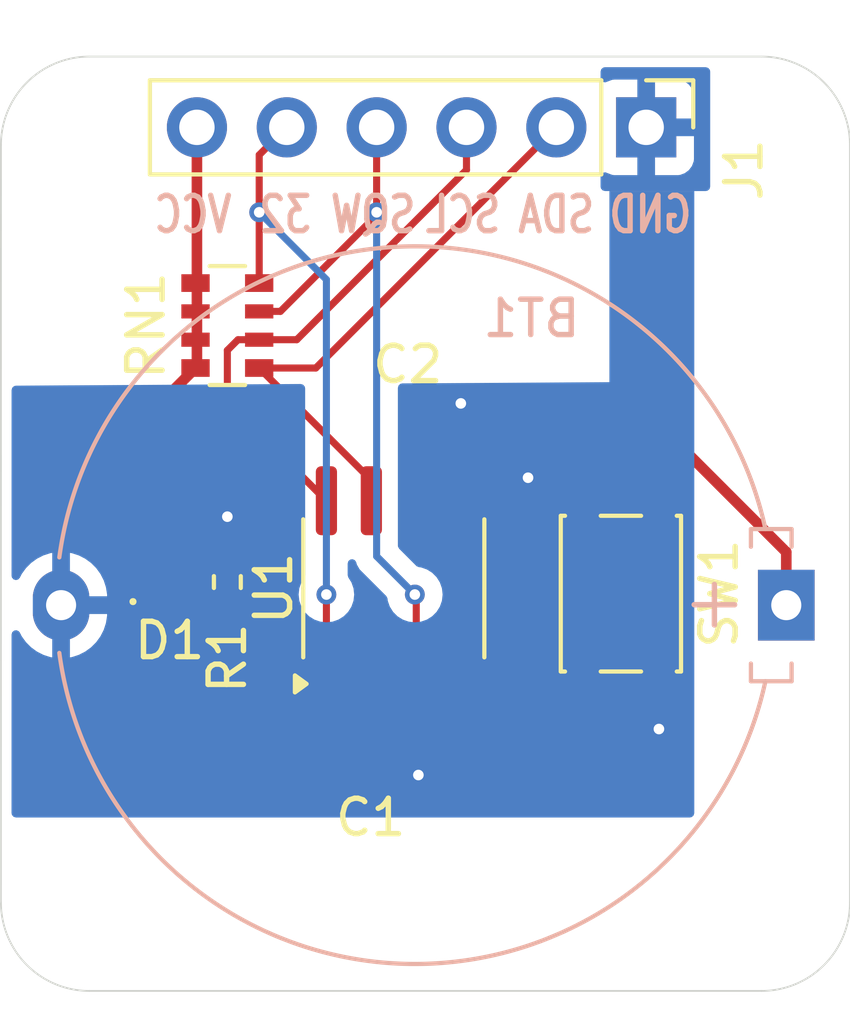
<source format=kicad_pcb>
(kicad_pcb (version 20240108) (generator "pcbnew") (generator_version "8.0")
  (layers (0 "F.Cu" signal) (31 "B.Cu" power) (34 "B.Paste" user) (35 "F.Paste" user) (36 "B.SilkS" user "B.Silkscreen") (37 "F.SilkS" user "F.Silkscreen") (38 "B.Mask" user) (39 "F.Mask" user) (44 "Edge.Cuts" user))
  (net 0 "")
  (net 1 "Net-(BT1-+)")
  (net 2 "GND")
  (net 3 "VCC")
  (net 4 "Net-(D1-A)")
  (net 5 "/SDA")
  (net 6 "/32kHz")
  (net 7 "/!INT{slash}SQW")
  (net 8 "/SCL")
  (net 9 "Net-(U1-~{RST})")
  (footprint "Capacitor_SMD:C_0201_0603Metric_Pad0.64x0.40mm_HandSolder" (layer "F.Cu") (at 88.25 104.3175 -90)
    (property "Reference" "C1" (at 1.6825 0 180) (layer "F.SilkS") (effects (font (thickness 0.153))))
    (property "Value" "1uF")
    (pad "1" smd roundrect (at -0.4075 0 270) (size 0.635 0.4) (layers "F.Cu" "F.Mask") (net 3 "VCC"))
    (pad "2" smd roundrect (at 0.4075 0 270) (size 0.635 0.4) (layers "F.Cu" "F.Mask") (net 2 "GND"))
  )
  (footprint "Resistor_SMD:R_0402_1005Metric_Pad0.72x0.64mm_HandSolder" (layer "F.Cu") (at 84.2 99.3475 -90)
    (property "Reference" "R1" (at 2.1525 0 90) (layer "F.SilkS") (effects (font (thickness 0.153))))
    (property "Value" "470")
    (fp_line (start -0.167621 0.38) (end 0.167621 0.38) (stroke (width 0.12)) (layer "F.SilkS"))
    (fp_line (start -0.167621 -0.38) (end 0.167621 -0.38) (stroke (width 0.12)) (layer "F.SilkS"))
    (pad "1" smd roundrect (at -0.5975 0 270) (size 0.715 0.64) (layers "F.Cu" "F.Paste" "F.Mask") (net 2 "GND"))
    (pad "2" smd roundrect (at 0.5975 0 270) (size 0.715 0.64) (layers "F.Cu" "F.Paste" "F.Mask") (net 4 "Net-(D1-A)"))
  )
  (footprint "LED_SMD:LED_0201_0603Metric_Pad0.64x0.40mm_HandSolder" (layer "F.Cu") (at 82.5675 99.9)
    (property "Reference" "D1" (at 0 1.1 0) (layer "F.SilkS") (effects (font (thickness 0.153))))
    (property "Value" "RED" (hide yes))
    (fp_circle (center -1.035 0) (end -0.985 0) (stroke (width 0.1)) (fill none) (layer "F.SilkS"))
    (pad "1" smd roundrect (at -0.4075 0) (size 0.635 0.4) (layers "F.Cu" "F.Mask") (net 3 "VCC"))
    (pad "2" smd roundrect (at 0.4075 0) (size 0.635 0.4) (layers "F.Cu" "F.Mask") (net 4 "Net-(D1-A)"))
  )
  (footprint "Button_Switch_SMD:SW_SPST_PTS810" (layer "F.Cu") (at 95.325 99.675 -90)
    (property "Reference" "SW1" (at 0 -2.775 90) (layer "F.SilkS") (effects (font (thickness 0.153))))
    (property "Value" "SW_Push")
    (fp_line (start -2.2 1.7) (end 2.2 1.7) (stroke (width 0.12)) (layer "F.SilkS"))
    (fp_line (start 2.2 1.7) (end 2.2 1.58) (stroke (width 0.12)) (layer "F.SilkS"))
    (fp_line (start -2.2 1.58) (end -2.2 1.7) (stroke (width 0.12)) (layer "F.SilkS"))
    (fp_line (start 2.2 0.57) (end 2.2 -0.57) (stroke (width 0.12)) (layer "F.SilkS"))
    (fp_line (start -2.2 -0.57) (end -2.2 0.57) (stroke (width 0.12)) (layer "F.SilkS"))
    (fp_line (start 2.2 -1.58) (end 2.2 -1.7) (stroke (width 0.12)) (layer "F.SilkS"))
    (fp_line (start -2.2 -1.7) (end -2.2 -1.58) (stroke (width 0.12)) (layer "F.SilkS"))
    (fp_line (start 2.2 -1.7) (end -2.2 -1.7) (stroke (width 0.12)) (layer "F.SilkS"))
    (pad "1" smd rect (at -2.075 -1.075 270) (size 1.05 0.65) (layers "F.Cu" "F.Paste" "F.Mask") (net 2 "GND"))
    (pad "1" smd rect (at 2.075 -1.075 270) (size 1.05 0.65) (layers "F.Cu" "F.Paste" "F.Mask") (net 2 "GND"))
    (pad "2" smd rect (at -2.075 1.075 270) (size 1.05 0.65) (layers "F.Cu" "F.Paste" "F.Mask") (net 9 "Net-(U1-~{RST})"))
    (pad "2" smd rect (at 2.075 1.075 270) (size 1.05 0.65) (layers "F.Cu" "F.Paste" "F.Mask") (net 9 "Net-(U1-~{RST})"))
  )
  (footprint "Package_SO:SOIC-8_3.9x4.9mm_P1.27mm" (layer "F.Cu") (at 88.905 99.525 90)
    (property "Reference" "U1" (at 0 -3.4 90) (layer "F.SilkS") (effects (font (thickness 0.153))))
    (property "Value" "DS3231MZ")
    (fp_line (start 0 -2.56) (end 1.95 -2.56) (stroke (width 0.12)) (layer "F.SilkS"))
    (fp_line (start 0 -2.56) (end -1.95 -2.56) (stroke (width 0.12)) (layer "F.SilkS"))
    (fp_line (start 0 2.56) (end 1.95 2.56) (stroke (width 0.12)) (layer "F.SilkS"))
    (fp_line (start 0 2.56) (end -1.95 2.56) (stroke (width 0.12)) (layer "F.SilkS"))
    (fp_poly (pts (xy -2.7 -2.465) (xy -2.94 -2.795) (xy -2.46 -2.795) (xy -2.7 -2.465)) (stroke (width 0.12)) (fill solid) (layer "F.SilkS"))
    (pad "1" smd roundrect (at -2.475 -1.905 90) (size 1.95 0.6) (layers "F.Cu" "F.Paste" "F.Mask") (net 6 "/32kHz"))
    (pad "2" smd roundrect (at -2.475 -0.635 90) (size 1.95 0.6) (layers "F.Cu" "F.Paste" "F.Mask") (net 3 "VCC"))
    (pad "3" smd roundrect (at -2.475 0.635 90) (size 1.95 0.6) (layers "F.Cu" "F.Paste" "F.Mask") (net 7 "/!INT{slash}SQW"))
    (pad "4" smd roundrect (at -2.475 1.905 90) (size 1.95 0.6) (layers "F.Cu" "F.Paste" "F.Mask") (net 9 "Net-(U1-~{RST})"))
    (pad "5" smd roundrect (at 2.475 1.905 90) (size 1.95 0.6) (layers "F.Cu" "F.Paste" "F.Mask") (net 2 "GND"))
    (pad "6" smd roundrect (at 2.475 0.635 90) (size 1.95 0.6) (layers "F.Cu" "F.Paste" "F.Mask") (net 1 "Net-(BT1-+)"))
    (pad "7" smd roundrect (at 2.475 -0.635 90) (size 1.95 0.6) (layers "F.Cu" "F.Paste" "F.Mask") (net 5 "/SDA"))
    (pad "8" smd roundrect (at 2.475 -1.905 90) (size 1.95 0.6) (layers "F.Cu" "F.Paste" "F.Mask") (net 8 "/SCL"))
  )
  (footprint "Connector_PinHeader_2.54mm:PinHeader_1x06_P2.54mm_Vertical" (layer "F.Cu") (at 96.04 86.5 -90)
    (property "Reference" "J1" (at 1.2 -2.76 90) (layer "F.SilkS") (effects (font (thickness 0.153))))
    (property "Value" "Conn_01x06")
    (fp_line (start -1.33 14.03) (end 1.33 14.03) (stroke (width 0.12)) (layer "F.SilkS"))
    (fp_line (start -1.33 1.27) (end -1.33 14.03) (stroke (width 0.12)) (layer "F.SilkS"))
    (fp_line (start -1.33 1.27) (end 1.33 1.27) (stroke (width 0.12)) (layer "F.SilkS"))
    (fp_line (start 1.33 1.27) (end 1.33 14.03) (stroke (width 0.12)) (layer "F.SilkS"))
    (fp_line (start -1.33 0) (end -1.33 -1.33) (stroke (width 0.12)) (layer "F.SilkS"))
    (fp_line (start -1.33 -1.33) (end 0 -1.33) (stroke (width 0.12)) (layer "F.SilkS"))
    (pad "1" thru_hole rect (at 0 0 270) (size 1.7 1.7) (drill 1) (layers "*.Cu" "*.Mask") (net 2 "GND"))
    (pad "2" thru_hole oval (at 0 2.54 270) (size 1.7 1.7) (drill 1) (layers "*.Cu" "*.Mask") (net 5 "/SDA"))
    (pad "3" thru_hole oval (at 0 5.08 270) (size 1.7 1.7) (drill 1) (layers "*.Cu" "*.Mask") (net 8 "/SCL"))
    (pad "4" thru_hole oval (at 0 7.62 270) (size 1.7 1.7) (drill 1) (layers "*.Cu" "*.Mask") (net 7 "/!INT{slash}SQW"))
    (pad "5" thru_hole oval (at 0 10.16 270) (size 1.7 1.7) (drill 1) (layers "*.Cu" "*.Mask") (net 6 "/32kHz"))
    (pad "6" thru_hole oval (at 0 12.7 270) (size 1.7 1.7) (drill 1) (layers "*.Cu" "*.Mask") (net 3 "VCC"))
  )
  (footprint "Resistor_SMD:R_Array_Convex_4x0603" (layer "F.Cu") (at 84.2 92.1)
    (property "Reference" "RN1" (at -2.3 0 90) (layer "F.SilkS") (effects (font (thickness 0.153))))
    (property "Value" "4.7k")
    (fp_line (start 0.5 -1.68) (end -0.5 -1.68) (stroke (width 0.12)) (layer "F.SilkS"))
    (fp_line (start 0.5 1.68) (end -0.5 1.68) (stroke (width 0.12)) (layer "F.SilkS"))
    (pad "1" smd rect (at -0.9 -1.2) (size 0.8 0.5) (layers "F.Cu" "F.Paste" "F.Mask") (net 3 "VCC"))
    (pad "2" smd rect (at -0.9 -0.4) (size 0.8 0.4) (layers "F.Cu" "F.Paste" "F.Mask") (net 3 "VCC"))
    (pad "3" smd rect (at -0.9 0.4) (size 0.8 0.4) (layers "F.Cu" "F.Paste" "F.Mask") (net 3 "VCC"))
    (pad "4" smd rect (at -0.9 1.2) (size 0.8 0.5) (layers "F.Cu" "F.Paste" "F.Mask") (net 3 "VCC"))
    (pad "5" smd rect (at 0.9 1.2) (size 0.8 0.5) (layers "F.Cu" "F.Paste" "F.Mask") (net 5 "/SDA"))
    (pad "6" smd rect (at 0.9 0.4) (size 0.8 0.4) (layers "F.Cu" "F.Paste" "F.Mask") (net 8 "/SCL"))
    (pad "7" smd rect (at 0.9 -0.4) (size 0.8 0.4) (layers "F.Cu" "F.Paste" "F.Mask") (net 7 "/!INT{slash}SQW"))
    (pad "8" smd rect (at 0.9 -1.2) (size 0.8 0.5) (layers "F.Cu" "F.Paste" "F.Mask") (net 6 "/32kHz"))
  )
  (footprint "Capacitor_SMD:C_0201_0603Metric_Pad0.64x0.40mm_HandSolder" (layer "F.Cu") (at 89.5 94.75 -90)
    (property "Reference" "C2" (at -1.55 0.2 180) (layer "F.SilkS") (effects (font (thickness 0.153))))
    (property "Value" "1uF")
    (pad "1" smd roundrect (at -0.4075 0 270) (size 0.635 0.4) (layers "F.Cu" "F.Mask") (net 2 "GND"))
    (pad "2" smd roundrect (at 0.4075 0 270) (size 0.635 0.4) (layers "F.Cu" "F.Mask") (net 1 "Net-(BT1-+)"))
  )
  (footprint "Battery:Battery_Panasonic_CR2032-HFN_Horizontal_CircularHoles" (layer "B.Cu") (at 100 100 180)
    (property "Reference" "BT1" (at 7.2 8.1 0) (layer "B.SilkS") (effects (font (thickness 0.153)) (justify mirror)))
    (property "Value" "3V")
    (fp_line (start 1 2.15) (end -0.15 2.15) (stroke (width 0.12)) (layer "B.SilkS"))
    (fp_line (start 1 1.65) (end 1 2.15) (stroke (width 0.12)) (layer "B.SilkS"))
    (fp_line (start 1 -1.65) (end 1 -2.15) (stroke (width 0.12)) (layer "B.SilkS"))
    (fp_line (start 1 -2.15) (end -0.15 -2.15) (stroke (width 0.12)) (layer "B.SilkS"))
    (fp_line (start -0.15 1.65) (end -0.15 2.15) (stroke (width 0.12)) (layer "B.SilkS"))
    (fp_line (start -0.15 -1.65) (end -0.15 -2.15) (stroke (width 0.12)) (layer "B.SilkS"))
    (fp_arc (start 20.55 1.35) (mid 10.905879 10.130166) (end 0.59 2.15) (stroke (width 0.12)) (layer "B.SilkS"))
    (fp_arc (start 0.59 -2.15) (mid 10.905879 -10.130166) (end 20.55 -1.35) (stroke (width 0.12)) (layer "B.SilkS"))
    (fp_text user "+" (at 2.032 0.127 0) (layer "B.SilkS") (effects (font (size 1.5 1.5) (thickness 0.153)) (justify mirror)))
    (pad "1" thru_hole rect (at 0 0 180) (size 1.6 2) (drill 0.85) (layers "*.Cu" "*.Mask") (net 1 "Net-(BT1-+)"))
    (pad "2" thru_hole oval (at 20.5 0 180) (size 1.6 2) (drill 0.85) (layers "*.Cu" "*.Mask") (net 2 "GND"))
  )
  (gr_arc (start 99.3 84.5) (mid 101.067767 85.232233) (end 101.8 87) (stroke (width 0.05)) (layer "Edge.Cuts"))
  (gr_line (start 99.3 84.5) (end 80.3 84.5) (stroke (width 0.05)) (layer "Edge.Cuts"))
  (gr_arc (start 101.8 108.4) (mid 101.067767 110.167767) (end 99.3 110.9) (stroke (width 0.05)) (layer "Edge.Cuts"))
  (gr_line (start 80.3 110.9) (end 99.3 110.9) (stroke (width 0.05)) (layer "Edge.Cuts"))
  (gr_arc (start 80.3 110.9) (mid 78.532233 110.167767) (end 77.8 108.4) (stroke (width 0.05)) (layer "Edge.Cuts"))
  (gr_arc (start 77.8 87) (mid 78.532233 85.232233) (end 80.3 84.5) (stroke (width 0.05)) (layer "Edge.Cuts"))
  (gr_line (start 101.8 108.4) (end 101.8 87) (stroke (width 0.05)) (layer "Edge.Cuts"))
  (gr_line (start 77.8 87) (end 77.798001 108.4) (stroke (width 0.05)) (layer "Edge.Cuts"))
  (gr_text "32" (at 86.65 89.55 0) (layer "B.SilkS") (effects (font (size 1 0.75) (thickness 0.153)) (justify left bottom mirror)))
  (gr_text "SQW" (at 89.6 89.55 0) (layer "B.SilkS") (effects (font (size 1 0.75) (thickness 0.153)) (justify left bottom mirror)))
  (gr_text "SDA" (at 94.65 89.55 0) (layer "B.SilkS") (effects (font (size 1 0.75) (thickness 0.153)) (justify left bottom mirror)))
  (gr_text "VCC" (at 84.4 89.55 0) (layer "B.SilkS") (effects (font (size 1 0.75) (thickness 0.153)) (justify left bottom mirror)))
  (gr_text "SCL" (at 92 89.55 0) (layer "B.SilkS") (effects (font (size 1 0.75) (thickness 0.153)) (justify left bottom mirror)))
  (gr_text "GND" (at 97.4 89.55 0) (layer "B.SilkS") (effects (font (size 1 0.75) (thickness 0.153)) (justify left bottom mirror)))
  (segment (start 100 98.5) (end 100 100) (width 0.3) (layer "F.Cu") (net 1))
  (segment (start 89.5 95.1575) (end 89.5 97.01) (width 0.3) (layer "F.Cu") (net 1))
  (segment (start 96.6575 95.1575) (end 100 98.5) (width 0.3) (layer "F.Cu") (net 1))
  (segment (start 89.5 97.01) (end 89.54 97.05) (width 0.3) (layer "F.Cu") (net 1))
  (segment (start 89.5 95.1575) (end 96.6575 95.1575) (width 0.3) (layer "F.Cu") (net 1))
  (segment (start 91.46 96.4) (end 92.7 96.4) (width 0.2) (layer "F.Cu") (net 2))
  (segment (start 96.4 101.75) (end 96.4 103.5) (width 0.2) (layer "F.Cu") (net 2))
  (segment (start 96.4 101.75) (end 96.4 97.6) (width 0.2) (layer "F.Cu") (net 2))
  (segment (start 90.81 97.05) (end 91.46 96.4) (width 0.2) (layer "F.Cu") (net 2))
  (segment (start 89.525 104.725) (end 89.6 104.8) (width 0.2) (layer "F.Cu") (net 2))
  (segment (start 89.5 94.3425) (end 90.7575 94.3425) (width 0.2) (layer "F.Cu") (net 2))
  (segment (start 84.2 98.75) (end 84.2 97.5) (width 0.2) (layer "F.Cu") (net 2))
  (segment (start 88.25 104.725) (end 89.525 104.725) (width 0.2) (layer "F.Cu") (net 2))
  (segment (start 90.7575 94.3425) (end 90.8 94.3) (width 0.2) (layer "F.Cu") (net 2))
  (via (at 84.2 97.5) (size 0.56) (drill 0.3) (layers "F.Cu" "B.Cu") (net 2))
  (via (at 96.4 103.5) (size 0.56) (drill 0.3) (layers "F.Cu" "B.Cu") (net 2))
  (via (at 92.7 96.4) (size 0.56) (drill 0.3) (layers "F.Cu" "B.Cu") (net 2))
  (via (at 90.8 94.3) (size 0.56) (drill 0.3) (layers "F.Cu" "B.Cu") (net 2))
  (via (at 89.6 104.8) (size 0.56) (drill 0.3) (layers "F.Cu" "B.Cu") (net 2))
  (segment (start 83.3 93.3) (end 83.3 93.2) (width 0.3) (layer "F.Cu") (net 3))
  (segment (start 88.25 103.91) (end 85.71 103.91) (width 0.3) (layer "F.Cu") (net 3))
  (segment (start 83.3 93.2) (end 83.34 93.16) (width 0.3) (layer "F.Cu") (net 3))
  (segment (start 82.16 100.36) (end 82.16 99.9) (width 0.3) (layer "F.Cu") (net 3))
  (segment (start 88.25 102.02) (end 88.27 102) (width 0.3) (layer "F.Cu") (net 3))
  (segment (start 88.25 103.91) (end 88.25 102.02) (width 0.3) (layer "F.Cu") (net 3))
  (segment (start 82.16 94.44) (end 83.3 93.3) (width 0.3) (layer "F.Cu") (net 3))
  (segment (start 83.34 93.16) (end 83.34 86.5) (width 0.3) (layer "F.Cu") (net 3))
  (segment (start 82.16 99.9) (end 82.16 94.44) (width 0.3) (layer "F.Cu") (net 3))
  (segment (start 85.71 103.91) (end 82.16 100.36) (width 0.3) (layer "F.Cu") (net 3))
  (segment (start 84.2 99.945) (end 83.0425 99.945) (width 0.3) (layer "F.Cu") (net 4))
  (segment (start 88.27 96.47) (end 85.1 93.3) (width 0.2) (layer "F.Cu") (net 5))
  (segment (start 86.7 93.3) (end 93.5 86.5) (width 0.2) (layer "F.Cu") (net 5))
  (segment (start 88.27 97.05) (end 88.27 96.47) (width 0.2) (layer "F.Cu") (net 5))
  (segment (start 85.1 93.3) (end 86.7 93.3) (width 0.2) (layer "F.Cu") (net 5))
  (segment (start 85.1 87.28) (end 85.88 86.5) (width 0.2) (layer "F.Cu") (net 6))
  (segment (start 87 102) (end 87 99.7) (width 0.2) (layer "F.Cu") (net 6))
  (segment (start 85.1 90.9) (end 85.1 87.28) (width 0.2) (layer "F.Cu") (net 6))
  (via (at 85.1 88.9) (size 0.56) (drill 0.3) (layers "F.Cu" "B.Cu") (net 6))
  (via (at 87 99.7) (size 0.56) (drill 0.3) (layers "F.Cu" "B.Cu") (net 6))
  (segment (start 87 99.7) (end 87 90.8) (width 0.2) (layer "B.Cu") (net 6))
  (segment (start 87 90.8) (end 85.1 88.9) (width 0.2) (layer "B.Cu") (net 6))
  (segment (start 85.1 91.7) (end 85.7 91.7) (width 0.2) (layer "F.Cu") (net 7))
  (segment (start 89.54 99.74) (end 89.5 99.7) (width 0.2) (layer "F.Cu") (net 7))
  (segment (start 89.54 102) (end 89.54 99.74) (width 0.2) (layer "F.Cu") (net 7))
  (segment (start 88.42 88.9) (end 88.42 86.5) (width 0.2) (layer "F.Cu") (net 7))
  (segment (start 88.42 88.98) (end 88.42 88.9) (width 0.2) (layer "F.Cu") (net 7))
  (segment (start 85.7 91.7) (end 88.42 88.98) (width 0.2) (layer "F.Cu") (net 7))
  (via (at 88.42 88.9) (size 0.56) (drill 0.3) (layers "F.Cu" "B.Cu") (net 7))
  (via (at 89.5 99.7) (size 0.56) (drill 0.3) (layers "F.Cu" "B.Cu") (net 7))
  (segment (start 89.5 99.7) (end 88.42 98.62) (width 0.2) (layer "B.Cu") (net 7))
  (segment (start 88.42 98.62) (end 88.42 88.9) (width 0.2) (layer "B.Cu") (net 7))
  (segment (start 86.162081 92.5) (end 90.96 87.702081) (width 0.2) (layer "F.Cu") (net 8))
  (segment (start 87 97.05) (end 84.2 94.25) (width 0.2) (layer "F.Cu") (net 8))
  (segment (start 84.2 94.25) (end 84.2 92.8) (width 0.2) (layer "F.Cu") (net 8))
  (segment (start 84.5 92.5) (end 85.1 92.5) (width 0.2) (layer "F.Cu") (net 8))
  (segment (start 84.2 92.8) (end 84.5 92.5) (width 0.2) (layer "F.Cu") (net 8))
  (segment (start 85.1 92.5) (end 86.162081 92.5) (width 0.2) (layer "F.Cu") (net 8))
  (segment (start 90.96 87.702081) (end 90.96 86.5) (width 0.2) (layer "F.Cu") (net 8))
  (segment (start 91.06 101.75) (end 90.81 102) (width 0.2) (layer "F.Cu") (net 9))
  (segment (start 94.25 101.75) (end 94.25 97.6) (width 0.2) (layer "F.Cu") (net 9))
  (segment (start 94.25 101.75) (end 91.06 101.75) (width 0.2) (layer "F.Cu") (net 9))
  (zone (net 2) (net_name "GND") (layer "B.Cu") (name "GND plane") (connect_pads (clearance 0.5)) (min_thickness 0.25) (fill yes (thermal_gap 0.5) (thermal_bridge_width 0.5))
    (polygon (pts (xy 97.4 85.2) (xy 97.4 106) (xy 78 106) (xy 78 93.8) (xy 95 93.7) (xy 95 85.2)))
  )
  (zone (net 2) (net_name "GND") (layer "B.Cu") (priority 1) (connect_pads (clearance 0.5)) (min_thickness 0.25) (fill yes (thermal_gap 0.5) (thermal_bridge_width 0.5))
    (polygon (pts (xy 97.85 88.3) (xy 97.85 84.7) (xy 94.75 84.7) (xy 94.75 88.3)))
  )
)
</source>
